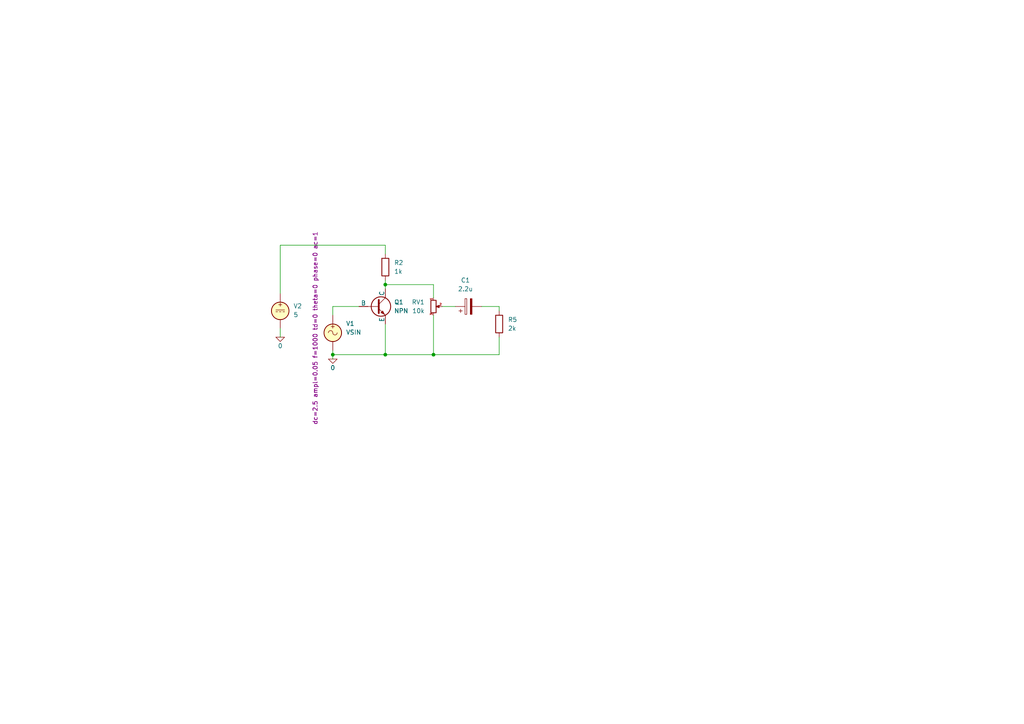
<source format=kicad_sch>
(kicad_sch (version 20230121) (generator eeschema)
  (paper "A4")
  (lib_symbols
    (symbol "Device:C_Polarized" (pin_numbers hide) (pin_names (offset 0.254))
      (property "Reference" "C" (at 0.635 2.54 0))
      (property "Value" "C_Polarized" (at 0.635 -2.54 0))
      (symbol "C_Polarized_0_1"
        (rectangle (start -2.286 0.508) (end 2.286 1.016))
        (polyline (pts (xy -1.778 2.286) (xy -0.762 2.286)))
        (polyline (pts (xy -1.27 2.794) (xy -1.27 1.778)))
        (rectangle (start 2.286 -0.508) (end -2.286 -1.016) (fill (type outline)))
      )
      (symbol "C_Polarized_1_1"
        (pin passive line (at 0 3.81 270) (length 2.794) (name "~") (number "1"))
        (pin passive line (at 0 -3.81 90) (length 2.794) (name "~") (number "2"))
      )
    )
    (symbol "Device:R" (pin_numbers hide) (pin_names (offset 0))
      (property "Reference" "R" (at 2.032 0 90))
      (property "Value" "R" (at 0 0 90))
      (symbol "R_0_1"
        (rectangle (start -1.016 -2.54) (end 1.016 2.54) (stroke (width 0.254)))
      )
      (symbol "R_1_1"
        (pin passive line (at 0 3.81 270) (length 1.27) (name "~") (number "1"))
        (pin passive line (at 0 -3.81 90) (length 1.27) (name "~") (number "2"))
      )
    )
    (symbol "Device:R_Potentiometer_Small" (pin_names (offset 1.016) hide)
      (property "Reference" "RV" (at -4.445 0 90))
      (property "Value" "R_Potentiometer_Small" (at -2.54 0 90))
      (symbol "R_Potentiometer_Small_0_1"
        (polyline (pts (xy 0.889 0) (xy 0.635 0) (xy 1.651 0.381) (xy 1.651 -0.381) (xy 0.635 0) (xy 0.889 0)) (fill (type outline)))
        (rectangle (start 0.762 1.8034) (end -0.762 -1.8034) (stroke (width 0.254)))
      )
      (symbol "R_Potentiometer_Small_1_1"
        (pin passive line (at 0 2.54 270) (length 0.635) (name "1") (number "1"))
        (pin passive line (at 2.54 0 180) (length 0.9906) (name "2") (number "2"))
        (pin passive line (at 0 -2.54 90) (length 0.635) (name "3") (number "3"))
      )
    )
    (symbol "Simulation_SPICE:0" (power) (pin_names (offset 0))
      (property "Value" "0" (at 0 -1.778 0))
      (symbol "0_0_1"
        (polyline (pts (xy -1.27 0) (xy 0 -1.27) (xy 1.27 0) (xy -1.27 0)))
      )
      (symbol "0_1_1"
        (pin power_in line (at 0 0 0) (length 0) hide (name "0") (number "1"))
      )
    )
    (symbol "Simulation_SPICE:NPN" (pin_numbers hide) (pin_names (offset 0))
      (property "Reference" "Q" (at -2.54 7.62 0))
      (property "Value" "NPN" (at -2.54 5.08 0))
      (symbol "NPN_0_1"
        (polyline (pts (xy -2.54 0) (xy 0.635 0)) (stroke (width 0.1524)))
        (polyline (pts (xy 0.635 0.635) (xy 2.54 2.54)))
        (polyline (pts (xy 2.794 -1.27) (xy 2.794 -1.27)) (stroke (width 0.1524)))
        (polyline (pts (xy 2.794 -1.27) (xy 2.794 -1.27)) (stroke (width 0.1524)))
        (polyline (pts (xy 0.635 -0.635) (xy 2.54 -2.54) (xy 2.54 -2.54)))
        (polyline (pts (xy 0.635 1.905) (xy 0.635 -1.905) (xy 0.635 -1.905)) (stroke (width 0.508)))
        (polyline (pts (xy 1.27 -1.778) (xy 1.778 -1.27) (xy 2.286 -2.286) (xy 1.27 -1.778) (xy 1.27 -1.778)) (fill (type outline)))
        (circle (center 1.27 0) (radius 2.8194) (stroke (width 0.254)))
      )
      (symbol "NPN_1_1"
        (pin open_collector line (at 2.54 5.08 270) (length 2.54) (name "C") (number "1"))
        (pin input line (at -5.08 0 0) (length 2.54) (name "B") (number "2"))
        (pin open_emitter line (at 2.54 -5.08 90) (length 2.54) (name "E") (number "3"))
      )
    )
    (symbol "Simulation_SPICE:VDC" (pin_numbers hide) (pin_names (offset 0.0254))
      (property "Reference" "V" (at 2.54 2.54 0))
      (property "Value" "1" (at 2.54 0 0))
      (symbol "VDC_0_0"
        (polyline (pts (xy -1.27 0.254) (xy 1.27 0.254)))
        (polyline (pts (xy -0.762 -0.254) (xy -1.27 -0.254)))
        (polyline (pts (xy 0.254 -0.254) (xy -0.254 -0.254)))
        (polyline (pts (xy 1.27 -0.254) (xy 0.762 -0.254)))
        (text "+" (at 0 1.905 0) (effects (font (size 1.27 1.27))))
      )
      (symbol "VDC_0_1"
        (circle (center 0 0) (radius 2.54) (stroke (width 0.254)) (fill (type background)))
      )
      (symbol "VDC_1_1"
        (pin passive line (at 0 5.08 270) (length 2.54) (name "~") (number "1"))
        (pin passive line (at 0 -5.08 90) (length 2.54) (name "~") (number "2"))
      )
    )
    (symbol "Simulation_SPICE:VSIN" (pin_numbers hide) (pin_names (offset 0.0254))
      (property "Reference" "V" (at 2.54 2.54 0))
      (property "Value" "VSIN" (at 2.54 0 0))
      (property "Sim.Params" "dc=0 ampl=1 f=1k ac=1" (at 2.54 -2.54 0))
      (symbol "VSIN_0_0"
        (arc (start 0 0) (mid -0.635 0.6323) (end -1.27 0))
        (arc (start 0 0) (mid 0.635 -0.6323) (end 1.27 0))
        (text "+" (at 0 1.905 0) (effects (font (size 1.27 1.27))))
      )
      (symbol "VSIN_0_1"
        (circle (center 0 0) (radius 2.54) (stroke (width 0.254)) (fill (type background)))
      )
      (symbol "VSIN_1_1"
        (pin passive line (at 0 5.08 270) (length 2.54) (name "~") (number "1"))
        (pin passive line (at 0 -5.08 90) (length 2.54) (name "~") (number "2"))
      )
    )
  )
  (junction (at 96.52 102.87))
  (junction (at 111.76 102.87))
  (junction (at 111.76 82.55))
  (junction (at 125.73 102.87))
  (wire (pts (xy 144.78 102.87) (xy 125.73 102.87)))
  (wire (pts (xy 81.28 71.12) (xy 111.76 71.12)))
  (wire (pts (xy 96.52 101.6) (xy 96.52 102.87)))
  (wire (pts (xy 111.76 71.12) (xy 111.76 73.66)))
  (wire (pts (xy 81.28 85.09) (xy 81.28 71.12)))
  (wire (pts (xy 139.7 88.9) (xy 144.78 88.9)))
  (wire (pts (xy 125.73 82.55) (xy 111.76 82.55)))
  (wire (pts (xy 96.52 88.9) (xy 104.14 88.9)))
  (wire (pts (xy 144.78 88.9) (xy 144.78 90.17)))
  (wire (pts (xy 111.76 82.55) (xy 111.76 83.82)))
  (wire (pts (xy 125.73 86.36) (xy 125.73 82.55)))
  (wire (pts (xy 128.27 88.9) (xy 132.08 88.9)))
  (wire (pts (xy 144.78 97.79) (xy 144.78 102.87)))
  (wire (pts (xy 81.28 95.25) (xy 81.28 97.79)))
  (wire (pts (xy 125.73 102.87) (xy 111.76 102.87)))
  (wire (pts (xy 111.76 93.98) (xy 111.76 102.87)))
  (wire (pts (xy 111.76 102.87) (xy 96.52 102.87)))
  (wire (pts (xy 111.76 81.28) (xy 111.76 82.55)))
  (wire (pts (xy 96.52 91.44) (xy 96.52 88.9)))
  (wire (pts (xy 125.73 91.44) (xy 125.73 102.87)))
  (wire (pts (xy 96.52 102.87) (xy 96.52 104.14)))
  (symbol (lib_id "Device:C_Polarized") (at 135.89 88.9 90) (unit 1)
    (property "Reference" "C1" (at 135.001 81.28 90))
    (property "Value" "2.2u" (at 135.001 83.82 90))
  )
  (symbol (lib_id "Device:R") (at 111.76 77.47 180) (unit 1)
    (property "Reference" "R2" (at 114.3 76.2 0) (effects (justify right)))
    (property "Value" "1k" (at 114.3 78.74 0) (effects (justify right)))
  )
  (symbol (lib_id "Device:R_Potentiometer_Small") (at 125.73 88.9 0) (unit 1)
    (property "Reference" "RV1" (at 123.19 87.63 0) (effects (justify right)))
    (property "Value" "10k" (at 123.19 90.17 0) (effects (justify right)))
    (property "Sim.Device" "R" (effects hide))
    (property "Sim.Type" "POT" (effects hide))
    (property "Sim.Pins" "1=r0 2=wiper 3=r1" (effects hide))
    (property "Sim.Params" "r=10000" (effects hide))
  )
  (symbol (lib_id "Simulation_SPICE:NPN") (at 109.22 88.9 0) (unit 1)
    (property "Reference" "Q1" (at 114.3 87.63 0) (effects (justify left)))
    (property "Value" "NPN" (at 114.3 90.17 0) (effects (justify left)))
    (property "Sim.Device" "NPN" (effects hide))
    (property "Sim.Type" "GUMMELPOON" (effects hide))
    (property "Sim.Pins" "1=C 2=B 3=E" (effects hide))
  )
  (symbol (lib_id "Simulation_SPICE:0") (at 81.28 97.79 0) (unit 1)
    (property "Reference" "#GND04" (effects hide))
    (property "Value" "0" (at 81.28 100.33 0))
  )
  (symbol (lib_id "Simulation_SPICE:VDC") (at 81.28 90.17 0) (unit 1)
    (property "Reference" "V2" (at 85.09 88.7702 0) (effects (justify left)))
    (property "Value" "5" (at 85.09 91.3102 0) (effects (justify left)))
    (property "Sim.Pins" "1=+ 2=-" (effects hide))
    (property "Sim.Type" "DC" (effects hide))
    (property "Sim.Device" "V" (effects hide))
  )
  (symbol (lib_id "Simulation_SPICE:0") (at 96.52 104.14 0) (unit 1)
    (property "Reference" "#GND03" (effects hide))
    (property "Value" "0" (at 96.52 106.68 0))
  )
  (symbol (lib_id "Simulation_SPICE:VSIN") (at 96.52 96.52 0) (unit 1)
    (property "Reference" "V1" (at 100.33 93.8502 0) (effects (justify left)))
    (property "Value" "VSIN" (at 100.33 96.3902 0) (effects (justify left)))
    (property "Sim.Pins" "1=+ 2=-" (effects hide))
    (property "Sim.Params" "dc=2.5 ampl=0.05 f=1000 td=0 theta=0 phase=0 ac=1" (at 91.44 123.19 90) (effects (justify left)))
    (property "Sim.Type" "SIN" (effects hide))
    (property "Sim.Device" "V" (effects hide))
  )
  (symbol (lib_id "Device:R") (at 144.78 93.98 180) (unit 1)
    (property "Reference" "R5" (at 147.32 92.71 0) (effects (justify right)))
    (property "Value" "2k" (at 147.32 95.25 0) (effects (justify right)))
  )
)
</source>
